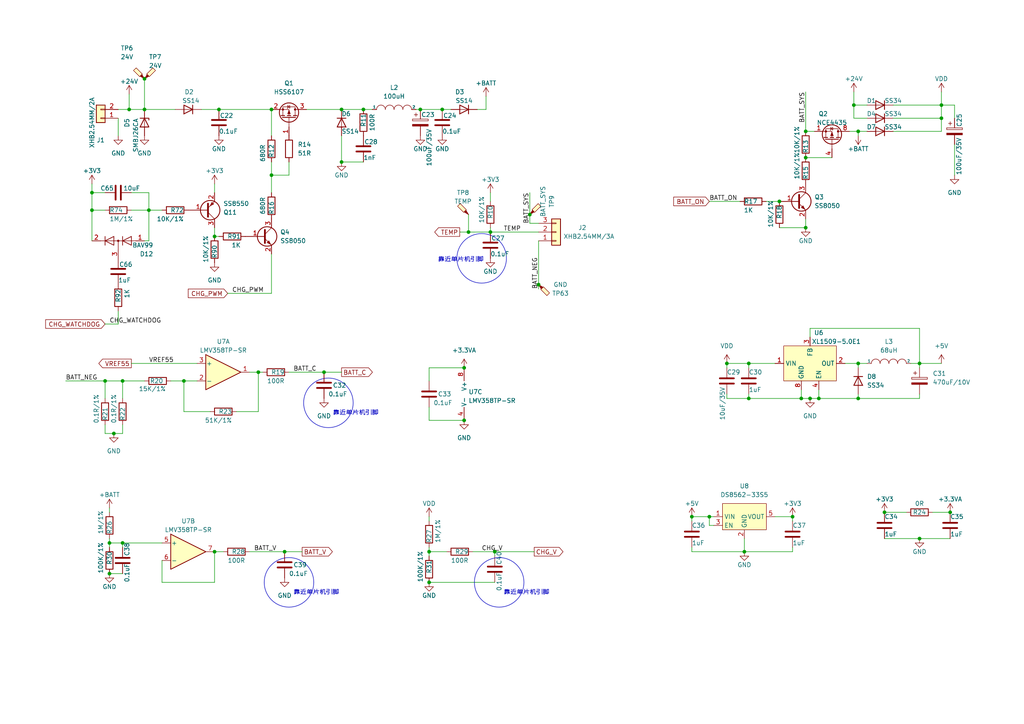
<source format=kicad_sch>
(kicad_sch (version 20230121) (generator eeschema)
  (paper "A4")
  (lib_symbols
    (symbol "+3V3_1" (power) (pin_names (offset 0))
      (property "Value" "+3V3_1" (at 0 3.556 0))
      (symbol "+3V3_1_1_1"
        (pin power_in line (at 0 0 90) (length 0) hide (name "+3V3") (number "1"))
      )
    )
    (symbol "+3V3_2" (power) (pin_names (offset 0))
      (property "Value" "+3V3_2" (at 0 3.556 0))
      (symbol "+3V3_2_1_1"
        (pin power_in line (at 0 0 90) (length 0) hide (name "+3V3") (number "1"))
      )
    )
    (symbol "Amplifier_Operational:MCP6002-xSN" (pin_names (offset 0.127))
      (property "Reference" "U" (at 0 5.08 0))
      (property "Value" "MCP6002-xSN" (at 0 -5.08 0))
      (symbol "MCP6002-xSN_1_1"
        (pin output line (at 7.62 0 180) (length 2.54) (name "~") (number "1"))
        (pin input line (at -7.62 -2.54 0) (length 2.54) (name "-") (number "2"))
        (pin input line (at -7.62 2.54 0) (length 2.54) (name "+") (number "3"))
      )
      (symbol "MCP6002-xSN_2_1"
        (pin input line (at -7.62 2.54 0) (length 2.54) (name "+") (number "5"))
        (pin input line (at -7.62 -2.54 0) (length 2.54) (name "-") (number "6"))
        (pin output line (at 7.62 0 180) (length 2.54) (name "~") (number "7"))
      )
      (symbol "MCP6002-xSN_3_1"
        (pin power_in line (at -2.54 -7.62 90) (length 3.81) (name "V-") (number "4"))
        (pin power_in line (at -2.54 7.62 270) (length 3.81) (name "V+") (number "8"))
      )
    )
    (symbol "Connector:TestPoint_Probe" (pin_numbers hide) (pin_names (offset 0.762) hide)
      (property "Reference" "TP" (at 1.651 5.842 0))
      (property "Value" "TestPoint_Probe" (at 1.651 4.064 0))
      (symbol "TestPoint_Probe_1_1"
        (pin passive line (at 0 0 90) (length 0) (name "1") (number "1"))
      )
    )
    (symbol "Connector_Generic:Conn_01x02" (pin_names (offset 1.016) hide)
      (property "Reference" "J" (at 0 2.54 0))
      (property "Value" "Conn_01x02" (at 0 -5.08 0))
      (symbol "Conn_01x02_1_1"
        (pin passive line (at -5.08 0 0) (length 3.81) (name "Pin_1") (number "1"))
        (pin passive line (at -5.08 -2.54 0) (length 3.81) (name "Pin_2") (number "2"))
      )
    )
    (symbol "Connector_Generic:Conn_01x03" (pin_names (offset 1.016) hide)
      (property "Reference" "J" (at 0 5.08 0))
      (property "Value" "Conn_01x03" (at 0 -5.08 0))
      (symbol "Conn_01x03_1_1"
        (pin passive line (at -5.08 2.54 0) (length 3.81) (name "Pin_1") (number "1"))
        (pin passive line (at -5.08 0 0) (length 3.81) (name "Pin_2") (number "2"))
        (pin passive line (at -5.08 -2.54 0) (length 3.81) (name "Pin_3") (number "3"))
      )
    )
    (symbol "Device:C" (pin_numbers hide) (pin_names (offset 0.254))
      (property "Reference" "C" (at 0.635 2.54 0))
      (property "Value" "C" (at 0.635 -2.54 0))
      (symbol "C_1_1"
        (pin passive line (at 0 3.81 270) (length 2.794) (name "~") (number "1"))
        (pin passive line (at 0 -3.81 90) (length 2.794) (name "~") (number "2"))
      )
    )
    (symbol "Device:C_Polarized" (pin_numbers hide) (pin_names (offset 0.254))
      (property "Reference" "C" (at 0.635 2.54 0))
      (property "Value" "C_Polarized" (at 0.635 -2.54 0))
      (symbol "C_Polarized_1_1"
        (pin passive line (at 0 3.81 270) (length 2.794) (name "~") (number "1"))
        (pin passive line (at 0 -3.81 90) (length 2.794) (name "~") (number "2"))
      )
    )
    (symbol "Device:D" (pin_numbers hide) (pin_names (offset 1.016) hide)
      (property "Reference" "D" (at 0 2.54 0))
      (property "Value" "D" (at 0 -2.54 0))
      (symbol "D_1_1"
        (pin passive line (at -3.81 0 0) (length 2.54) (name "K") (number "1"))
        (pin passive line (at 3.81 0 180) (length 2.54) (name "A") (number "2"))
      )
    )
    (symbol "Device:D_Zener" (pin_numbers hide) (pin_names (offset 1.016) hide)
      (property "Reference" "D" (at 0 2.54 0))
      (property "Value" "D_Zener" (at 0 -2.54 0))
      (symbol "D_Zener_1_1"
        (pin passive line (at -3.81 0 0) (length 2.54) (name "K") (number "1"))
        (pin passive line (at 3.81 0 180) (length 2.54) (name "A") (number "2"))
      )
    )
    (symbol "Device:Q_NPN_BEC" (pin_names (offset 0) hide)
      (property "Reference" "Q" (at 5.08 1.27 0))
      (property "Value" "Q_NPN_BEC" (at 5.08 -1.27 0))
      (symbol "Q_NPN_BEC_1_1"
        (pin input line (at -5.08 0 0) (length 5.715) (name "B") (number "1"))
        (pin passive line (at 2.54 -5.08 90) (length 2.54) (name "E") (number "2"))
        (pin passive line (at 2.54 5.08 270) (length 2.54) (name "C") (number "3"))
      )
    )
    (symbol "Device:Q_PMOS_GSD" (pin_names (offset 0) hide)
      (property "Reference" "Q" (at 5.08 1.27 0))
      (property "Value" "Q_PMOS_GSD" (at 5.08 -1.27 0))
      (symbol "Q_PMOS_GSD_1_1"
        (pin input line (at -5.08 0 0) (length 2.54) (name "G") (number "1"))
        (pin passive line (at 2.54 -5.08 90) (length 2.54) (name "S") (number "2"))
        (pin passive line (at 2.54 5.08 270) (length 2.54) (name "D") (number "3"))
      )
    )
    (symbol "Device:Q_PNP_BEC" (pin_names (offset 0) hide)
      (property "Reference" "Q" (at 5.08 1.27 0))
      (property "Value" "Q_PNP_BEC" (at 5.08 -1.27 0))
      (symbol "Q_PNP_BEC_1_1"
        (pin input line (at -5.08 0 0) (length 5.715) (name "B") (number "1"))
        (pin passive line (at 2.54 -5.08 90) (length 2.54) (name "E") (number "2"))
        (pin passive line (at 2.54 5.08 270) (length 2.54) (name "C") (number "3"))
      )
    )
    (symbol "Device:R" (pin_numbers hide) (pin_names (offset 0))
      (property "Reference" "R" (at 2.032 0 90))
      (property "Value" "R" (at 0 0 90))
      (symbol "R_1_1"
        (pin passive line (at 0 3.81 270) (length 1.27) (name "~") (number "1"))
        (pin passive line (at 0 -3.81 90) (length 1.27) (name "~") (number "2"))
      )
    )
    (symbol "Diode:BAV99" (pin_names hide)
      (property "Reference" "D" (at 0 5.08 0))
      (property "Value" "BAV99" (at 0 2.54 0))
      (symbol "BAV99_1_1"
        (pin passive line (at -7.62 0 0) (length 2.54) (name "K") (number "1"))
        (pin passive line (at 7.62 0 180) (length 2.54) (name "A") (number "2"))
        (pin passive line (at 0 -5.08 90) (length 2.54) (name "K") (number "3"))
      )
    )
    (symbol "GND_1" (power) (pin_names (offset 0))
      (property "Value" "GND_1" (at 0 -3.81 0))
      (symbol "GND_1_1_1"
        (pin power_in line (at 0 0 270) (length 0) hide (name "GND") (number "1"))
      )
    )
    (symbol "GND_2" (power) (pin_names (offset 0))
      (property "Value" "GND_2" (at 0 -3.81 0))
      (symbol "GND_2_1_1"
        (pin power_in line (at 0 0 270) (length 0) hide (name "GND") (number "1"))
      )
    )
    (symbol "GND_3" (power) (pin_names (offset 0))
      (property "Value" "GND_3" (at 0 -3.81 0))
      (symbol "GND_3_1_1"
        (pin power_in line (at 0 0 270) (length 0) hide (name "GND") (number "1"))
      )
    )
    (symbol "GND_4" (power) (pin_names (offset 0))
      (property "Value" "GND_4" (at 0 -3.81 0))
      (symbol "GND_4_1_1"
        (pin power_in line (at 0 0 270) (length 0) hide (name "GND") (number "1"))
      )
    )
    (symbol "GND_5" (power) (pin_names (offset 0))
      (property "Value" "GND_5" (at 0 -3.81 0))
      (symbol "GND_5_1_1"
        (pin power_in line (at 0 0 270) (length 0) hide (name "GND") (number "1"))
      )
    )
    (symbol "GND_6" (power) (pin_names (offset 0))
      (property "Value" "GND_6" (at 0 -3.81 0))
      (symbol "GND_6_1_1"
        (pin power_in line (at 0 0 270) (length 0) hide (name "GND") (number "1"))
      )
    )
    (symbol "Ovo_Power_Management:RT9013-xx"
      (property "Reference" "U" (at 0 8.89 0))
      (property "Value" "RT9013-xx" (at 1.27 -10.16 0))
      (symbol "RT9013-xx_1_1"
        (pin power_in line (at -8.89 0 0) (length 2.54) (name "VIN") (number "1"))
        (pin power_in line (at 0 -6.35 90) (length 2.54) (name "GND") (number "2"))
        (pin input line (at -8.89 -2.54 0) (length 2.54) (name "EN") (number "3"))
        (pin passive line (at 8.89 -2.54 180) (length 2.54) hide (name "NC") (number "4"))
        (pin power_out line (at 8.89 0 180) (length 2.54) (name "VOUT") (number "5"))
      )
    )
    (symbol "Ovo_Power_Management:XL1509-xxE1"
      (property "Reference" "U" (at -5.08 6.35 0))
      (property "Value" "XL1509-xxE1" (at 7.62 6.35 0))
      (symbol "XL1509-xxE1_1_1"
        (pin power_in line (at -10.16 0 0) (length 2.54) (name "VIN") (number "1"))
        (pin power_out line (at 10.16 0 180) (length 2.54) (name "OUT") (number "2"))
        (pin input line (at 0 7.62 270) (length 2.54) (name "FB") (number "3"))
        (pin input line (at 2.54 -7.62 90) (length 2.54) (name "EN") (number "4"))
        (pin power_in line (at -2.54 -7.62 90) (length 2.54) hide (name "GND") (number "5"))
        (pin power_in line (at -2.54 -7.62 90) (length 2.54) hide (name "GND") (number "6"))
        (pin power_in line (at -2.54 -7.62 90) (length 2.54) hide (name "GND") (number "7"))
        (pin power_in line (at -2.54 -7.62 90) (length 2.54) (name "GND") (number "8"))
      )
    )
    (symbol "Transistor_FET:FDS9435A" (pin_names hide)
      (property "Reference" "Q" (at 5.08 1.905 0))
      (property "Value" "FDS9435A" (at 5.08 0 0))
      (symbol "FDS9435A_1_1"
        (pin passive line (at 2.54 -5.08 90) (length 2.54) (name "S") (number "1"))
        (pin passive line (at 2.54 -5.08 90) (length 2.54) hide (name "S") (number "2"))
        (pin passive line (at 2.54 -5.08 90) (length 2.54) hide (name "S") (number "3"))
        (pin passive line (at -5.08 0 0) (length 2.54) (name "G") (number "4"))
        (pin passive line (at 2.54 5.08 270) (length 2.54) hide (name "D") (number "5"))
        (pin passive line (at 2.54 5.08 270) (length 2.54) hide (name "D") (number "6"))
        (pin passive line (at 2.54 5.08 270) (length 2.54) hide (name "D") (number "7"))
        (pin passive line (at 2.54 5.08 270) (length 2.54) (name "D") (number "8"))
      )
    )
    (symbol "power:+24V" (power) (pin_names (offset 0))
      (property "Value" "+24V" (at 0 3.556 0))
      (symbol "+24V_1_1"
        (pin power_in line (at 0 0 90) (length 0) hide (name "+24V") (number "1"))
      )
    )
    (symbol "power:+3.3VA" (power) (pin_names (offset 0))
      (property "Value" "+3.3VA" (at 0 3.556 0))
      (symbol "+3.3VA_1_1"
        (pin power_in line (at 0 0 90) (length 0) hide (name "+3.3VA") (number "1"))
      )
    )
    (symbol "power:+3V3" (power) (pin_names (offset 0))
      (property "Value" "+3V3" (at 0 3.556 0))
      (symbol "+3V3_1_1"
        (pin power_in line (at 0 0 90) (length 0) hide (name "+3V3") (number "1"))
      )
    )
    (symbol "power:+5V" (power) (pin_names (offset 0))
      (property "Value" "+5V" (at 0 3.556 0))
      (symbol "+5V_1_1"
        (pin power_in line (at 0 0 90) (length 0) hide (name "+5V") (number "1"))
      )
    )
    (symbol "power:+BATT" (power) (pin_names (offset 0))
      (property "Value" "+BATT" (at 0 3.556 0))
      (symbol "+BATT_1_1"
        (pin power_in line (at 0 0 90) (length 0) hide (name "+BATT") (number "1"))
      )
    )
    (symbol "power:GND" (power) (pin_names (offset 0))
      (property "Value" "GND" (at 0 -3.81 0))
      (symbol "GND_1_1"
        (pin power_in line (at 0 0 270) (length 0) hide (name "GND") (number "1"))
      )
    )
    (symbol "power:VDD" (power) (pin_names (offset 0))
      (property "Value" "VDD" (at 0 3.81 0))
      (symbol "VDD_1_1"
        (pin power_in line (at 0 0 90) (length 0) hide (name "VDD") (number "1"))
      )
    )
    (symbol "pspice:INDUCTOR" (pin_numbers hide) (pin_names (offset 0))
      (property "Reference" "L" (at 0 2.54 0))
      (property "Value" "INDUCTOR" (at 0 -1.27 0))
      (symbol "INDUCTOR_1_1"
        (pin input line (at -6.35 0 0) (length 1.27) (name "1") (number "1"))
        (pin input line (at 6.35 0 180) (length 1.27) (name "2") (number "2"))
      )
    )
  )
  (junction (at 121.92 31.75))
  (junction (at 273.05 34.29))
  (junction (at 205.74 149.86))
  (junction (at 30.48 110.49))
  (junction (at 33.02 125.73))
  (junction (at 217.17 115.57))
  (junction (at 31.75 157.48))
  (junction (at 53.34 110.49))
  (junction (at 217.17 105.41))
  (junction (at 273.05 30.48))
  (junction (at 63.5 31.75))
  (junction (at 226.06 58.42))
  (junction (at 233.68 66.04))
  (junction (at 35.56 157.48))
  (junction (at 135.89 67.31))
  (junction (at 26.67 55.88))
  (junction (at 266.7 156.21))
  (junction (at 142.24 67.31))
  (junction (at 233.68 38.1))
  (junction (at 234.95 115.57))
  (junction (at 41.91 31.75))
  (junction (at 233.68 45.72))
  (junction (at 232.41 115.57))
  (junction (at 215.9 160.02))
  (junction (at 143.51 160.02))
  (junction (at 156.21 82.55))
  (junction (at 256.54 148.59))
  (junction (at 248.92 105.41))
  (junction (at 35.56 110.49))
  (junction (at 237.49 115.57))
  (junction (at 200.66 149.86))
  (junction (at 37.465 31.75))
  (junction (at 26.67 60.96))
  (junction (at 275.59 148.59))
  (junction (at 134.62 121.92))
  (junction (at 247.65 30.48))
  (junction (at 248.92 38.1))
  (junction (at 99.06 46.99))
  (junction (at 229.87 149.86))
  (junction (at 62.23 160.02))
  (junction (at 43.18 60.96))
  (junction (at 153.67 62.23))
  (junction (at 128.27 31.75))
  (junction (at 124.46 168.91))
  (junction (at 266.7 105.41))
  (junction (at 210.82 105.41))
  (junction (at 134.62 106.68))
  (junction (at 78.74 50.8))
  (junction (at 248.92 115.57))
  (junction (at 82.55 160.02))
  (junction (at 74.93 107.95))
  (junction (at 93.98 107.95))
  (junction (at 78.74 31.75))
  (junction (at 31.75 166.37))
  (junction (at 99.06 31.75))
  (junction (at 124.46 160.02))
  (junction (at 105.41 31.75))
  (junction (at 62.23 68.58))
  (junction (at 41.91 22.86))
  (wire (pts (xy 237.49 115.57) (xy 248.92 115.57)))
  (wire (pts (xy 247.65 30.48) (xy 251.46 30.48)))
  (wire (pts (xy 135.89 62.23) (xy 135.89 67.31)))
  (wire (pts (xy 217.17 115.57) (xy 217.17 114.3)))
  (wire (pts (xy 124.46 106.68) (xy 134.62 106.68)))
  (wire (pts (xy 31.75 156.21) (xy 31.75 157.48)))
  (wire (pts (xy 140.97 27.94) (xy 140.97 31.75)))
  (wire (pts (xy 124.46 168.91) (xy 143.51 168.91)))
  (wire (pts (xy 135.89 67.31) (xy 142.24 67.31)))
  (wire (pts (xy 233.68 26.67) (xy 233.68 38.1)))
  (wire (pts (xy 78.74 73.66) (xy 78.74 85.09)))
  (wire (pts (xy 259.08 38.1) (xy 273.05 38.1)))
  (wire (pts (xy 41.91 31.75) (xy 50.8 31.75)))
  (wire (pts (xy 63.5 68.58) (xy 62.23 68.58)))
  (wire (pts (xy 247.65 26.67) (xy 247.65 30.48)))
  (wire (pts (xy 153.67 62.23) (xy 153.67 64.77)))
  (wire (pts (xy 234.95 95.25) (xy 266.7 95.25)))
  (wire (pts (xy 68.58 119.38) (xy 74.93 119.38)))
  (wire (pts (xy 143.51 161.29) (xy 143.51 160.02)))
  (wire (pts (xy 226.06 66.04) (xy 233.68 66.04)))
  (wire (pts (xy 259.08 30.48) (xy 273.05 30.48)))
  (wire (pts (xy 33.02 125.73) (xy 35.56 125.73)))
  (wire (pts (xy 99.06 46.99) (xy 99.06 39.37)))
  (wire (pts (xy 43.18 55.88) (xy 43.18 60.96)))
  (wire (pts (xy 234.95 115.57) (xy 237.49 115.57)))
  (wire (pts (xy 142.24 67.31) (xy 156.21 67.31)))
  (wire (pts (xy 26.67 55.88) (xy 30.48 55.88)))
  (wire (pts (xy 232.41 115.57) (xy 234.95 115.57)))
  (wire (pts (xy 31.75 147.32) (xy 31.75 148.59)))
  (wire (pts (xy 259.08 34.29) (xy 273.05 34.29)))
  (wire (pts (xy 246.38 38.1) (xy 248.92 38.1)))
  (wire (pts (xy 78.74 31.75) (xy 78.74 39.37)))
  (wire (pts (xy 34.29 34.29) (xy 34.29 39.37)))
  (wire (pts (xy 273.05 34.29) (xy 273.05 30.48)))
  (wire (pts (xy 135.89 67.31) (xy 133.35 67.31)))
  (wire (pts (xy 38.1 60.96) (xy 43.18 60.96)))
  (wire (pts (xy 237.49 113.03) (xy 237.49 115.57)))
  (wire (pts (xy 248.92 115.57) (xy 266.7 115.57)))
  (wire (pts (xy 224.79 149.86) (xy 229.87 149.86)))
  (wire (pts (xy 210.82 115.57) (xy 210.82 114.3)))
  (wire (pts (xy 217.17 115.57) (xy 232.41 115.57)))
  (wire (pts (xy 120.65 31.75) (xy 121.92 31.75)))
  (wire (pts (xy 233.68 38.1) (xy 236.22 38.1)))
  (wire (pts (xy 19.05 110.49) (xy 30.48 110.49)))
  (wire (pts (xy 215.9 160.02) (xy 229.87 160.02)))
  (wire (pts (xy 30.48 125.73) (xy 33.02 125.73)))
  (wire (pts (xy 121.92 31.75) (xy 128.27 31.75)))
  (wire (pts (xy 30.48 123.19) (xy 30.48 125.73)))
  (wire (pts (xy 266.7 114.3) (xy 266.7 115.57)))
  (wire (pts (xy 256.54 156.21) (xy 266.7 156.21)))
  (wire (pts (xy 200.66 158.75) (xy 200.66 160.02)))
  (wire (pts (xy 30.48 115.57) (xy 30.48 110.49)))
  (wire (pts (xy 200.66 151.13) (xy 200.66 149.86)))
  (wire (pts (xy 31.75 157.48) (xy 31.75 158.75)))
  (wire (pts (xy 273.05 30.48) (xy 273.05 26.67)))
  (wire (pts (xy 256.54 148.59) (xy 262.89 148.59)))
  (wire (pts (xy 232.41 113.03) (xy 232.41 115.57)))
  (wire (pts (xy 35.56 125.73) (xy 35.56 123.19)))
  (wire (pts (xy 31.75 166.37) (xy 35.56 166.37)))
  (wire (pts (xy 26.67 53.34) (xy 26.67 55.88)))
  (wire (pts (xy 128.27 31.75) (xy 130.81 31.75)))
  (wire (pts (xy 234.95 97.79) (xy 234.95 95.25)))
  (wire (pts (xy 205.74 58.42) (xy 214.63 58.42)))
  (wire (pts (xy 140.97 31.75) (xy 138.43 31.75)))
  (wire (pts (xy 142.24 55.88) (xy 142.24 58.42)))
  (wire (pts (xy 153.67 64.77) (xy 156.21 64.77)))
  (wire (pts (xy 43.18 60.96) (xy 43.18 69.85)))
  (wire (pts (xy 266.7 95.25) (xy 266.7 105.41)))
  (wire (pts (xy 156.21 82.55) (xy 156.21 83.82)))
  (wire (pts (xy 37.465 27.305) (xy 37.465 31.75)))
  (wire (pts (xy 153.67 55.88) (xy 153.67 62.23)))
  (wire (pts (xy 62.23 53.34) (xy 62.23 55.88)))
  (wire (pts (xy 247.65 34.29) (xy 251.46 34.29)))
  (wire (pts (xy 222.25 58.42) (xy 226.06 58.42)))
  (wire (pts (xy 34.29 93.98) (xy 34.29 90.17)))
  (wire (pts (xy 276.86 30.48) (xy 276.86 34.29)))
  (wire (pts (xy 107.95 31.75) (xy 105.41 31.75)))
  (wire (pts (xy 53.34 110.49) (xy 57.15 110.49)))
  (wire (pts (xy 124.46 121.92) (xy 134.62 121.92)))
  (wire (pts (xy 210.82 105.41) (xy 217.17 105.41)))
  (wire (pts (xy 35.56 110.49) (xy 41.91 110.49)))
  (wire (pts (xy 72.39 160.02) (xy 82.55 160.02)))
  (wire (pts (xy 66.04 85.09) (xy 78.74 85.09)))
  (wire (pts (xy 276.86 41.91) (xy 276.86 50.8)))
  (wire (pts (xy 251.46 105.41) (xy 248.92 105.41)))
  (wire (pts (xy 78.74 50.8) (xy 78.74 46.99)))
  (wire (pts (xy 35.56 157.48) (xy 46.99 157.48)))
  (wire (pts (xy 38.1 105.41) (xy 57.15 105.41)))
  (wire (pts (xy 142.24 67.31) (xy 142.24 66.04)))
  (wire (pts (xy 30.48 93.98) (xy 34.29 93.98)))
  (wire (pts (xy 88.9 31.75) (xy 99.06 31.75)))
  (wire (pts (xy 124.46 118.11) (xy 124.46 121.92)))
  (wire (pts (xy 49.53 110.49) (xy 53.34 110.49)))
  (wire (pts (xy 83.82 50.8) (xy 83.82 46.99)))
  (wire (pts (xy 248.92 106.68) (xy 248.92 105.41)))
  (wire (pts (xy 99.06 46.99) (xy 105.41 46.99)))
  (wire (pts (xy 210.82 106.68) (xy 210.82 105.41)))
  (wire (pts (xy 273.05 38.1) (xy 273.05 34.29)))
  (wire (pts (xy 63.5 31.75) (xy 78.74 31.75)))
  (wire (pts (xy 105.41 31.75) (xy 99.06 31.75)))
  (wire (pts (xy 43.18 60.96) (xy 46.99 60.96)))
  (wire (pts (xy 266.7 105.41) (xy 264.16 105.41)))
  (wire (pts (xy 270.51 148.59) (xy 275.59 148.59)))
  (wire (pts (xy 229.87 160.02) (xy 229.87 158.75)))
  (wire (pts (xy 37.465 31.75) (xy 41.91 31.75)))
  (wire (pts (xy 30.48 110.49) (xy 35.56 110.49)))
  (wire (pts (xy 248.92 38.1) (xy 251.46 38.1)))
  (wire (pts (xy 62.23 66.04) (xy 62.23 68.58)))
  (wire (pts (xy 62.23 160.02) (xy 64.77 160.02)))
  (wire (pts (xy 137.16 160.02) (xy 143.51 160.02)))
  (wire (pts (xy 78.74 50.8) (xy 78.74 55.88)))
  (wire (pts (xy 205.74 149.86) (xy 207.01 149.86)))
  (wire (pts (xy 217.17 105.41) (xy 224.79 105.41)))
  (wire (pts (xy 247.65 30.48) (xy 247.65 34.29)))
  (wire (pts (xy 266.7 105.41) (xy 266.7 106.68)))
  (wire (pts (xy 210.82 115.57) (xy 217.17 115.57)))
  (wire (pts (xy 58.42 31.75) (xy 63.5 31.75)))
  (wire (pts (xy 124.46 149.86) (xy 124.46 151.13)))
  (wire (pts (xy 200.66 160.02) (xy 215.9 160.02)))
  (wire (pts (xy 200.66 149.86) (xy 205.74 149.86)))
  (wire (pts (xy 83.82 107.95) (xy 93.98 107.95)))
  (wire (pts (xy 34.29 31.75) (xy 37.465 31.75)))
  (wire (pts (xy 26.67 60.96) (xy 30.48 60.96)))
  (wire (pts (xy 62.23 168.91) (xy 62.23 160.02)))
  (wire (pts (xy 229.87 149.86) (xy 229.87 151.13)))
  (wire (pts (xy 233.68 66.04) (xy 233.68 63.5)))
  (wire (pts (xy 26.67 55.88) (xy 26.67 60.96)))
  (wire (pts (xy 215.9 156.21) (xy 215.9 160.02)))
  (wire (pts (xy 266.7 156.21) (xy 275.59 156.21)))
  (wire (pts (xy 31.75 157.48) (xy 35.56 157.48)))
  (wire (pts (xy 124.46 160.02) (xy 129.54 160.02)))
  (wire (pts (xy 248.92 115.57) (xy 248.92 114.3)))
  (wire (pts (xy 273.05 105.41) (xy 266.7 105.41)))
  (wire (pts (xy 248.92 39.37) (xy 248.92 38.1)))
  (wire (pts (xy 124.46 110.49) (xy 124.46 106.68)))
  (wire (pts (xy 233.68 45.72) (xy 241.3 45.72)))
  (wire (pts (xy 124.46 158.75) (xy 124.46 160.02)))
  (wire (pts (xy 205.74 152.4) (xy 205.74 149.86)))
  (wire (pts (xy 46.99 162.56) (xy 46.99 168.91)))
  (wire (pts (xy 35.56 158.75) (xy 35.56 157.48)))
  (wire (pts (xy 207.01 152.4) (xy 205.74 152.4)))
  (wire (pts (xy 41.91 22.86) (xy 41.91 31.75)))
  (wire (pts (xy 82.55 160.02) (xy 87.63 160.02)))
  (wire (pts (xy 41.91 69.85) (xy 43.18 69.85)))
  (wire (pts (xy 38.1 55.88) (xy 43.18 55.88)))
  (wire (pts (xy 245.11 105.41) (xy 248.92 105.41)))
  (wire (pts (xy 124.46 160.02) (xy 124.46 161.29)))
  (wire (pts (xy 74.93 107.95) (xy 76.2 107.95)))
  (wire (pts (xy 217.17 105.41) (xy 217.17 106.68)))
  (wire (pts (xy 143.51 160.02) (xy 154.94 160.02)))
  (wire (pts (xy 53.34 119.38) (xy 53.34 110.49)))
  (wire (pts (xy 46.99 168.91) (xy 62.23 168.91)))
  (wire (pts (xy 60.96 119.38) (xy 53.34 119.38)))
  (wire (pts (xy 74.93 119.38) (xy 74.93 107.95)))
  (wire (pts (xy 156.21 69.85) (xy 156.21 82.55)))
  (wire (pts (xy 93.98 107.95) (xy 99.06 107.95)))
  (wire (pts (xy 35.56 110.49) (xy 35.56 115.57)))
  (wire (pts (xy 78.74 50.8) (xy 83.82 50.8)))
  (wire (pts (xy 26.67 60.96) (xy 26.67 69.85)))
  (wire (pts (xy 273.05 30.48) (xy 276.86 30.48)))
  (wire (pts (xy 74.93 107.95) (xy 72.39 107.95)))
  (circle (center 95.25 116.84) (radius 7.1842))
  (circle (center 144.78 168.91) (radius 7.1842))
  (circle (center 139.7 74.93) (radius 7.1842))
  (circle (center 83.82 168.91) (radius 7.1842))
  (text "靠近单片机引脚" (at 85.09 172.72 0) (effects (font (size 1.27 1.27)) (justify left bottom)))
  (text "靠近单片机引脚" (at 96.52 120.65 0) (effects (font (size 1.27 1.27)) (justify left bottom)))
  (text "靠近单片机引脚" (at 127 76.2 0) (effects (font (size 1.27 1.27)) (justify left bottom)))
  (text "靠近单片机引脚" (at 146.05 172.72 0) (effects (font (size 1.27 1.27)) (justify left bottom)))
  (label "BATT_SYS" (at 153.67 55.88 270))
  (label "VREF55" (at 43.18 105.41 0))
  (label "BATT_NEG" (at 156.21 83.82 90))
  (label "BATT_C" (at 85.09 107.95 0))
  (label "CHG_WATCHDOG" (at 31.75 93.98 0))
  (label "BATT_ON" (at 205.74 58.42 0))
  (label "CHG_PWM" (at 67.31 85.09 0))
  (label "BATT_V" (at 73.66 160.02 0))
  (label "BATT_NEG" (at 19.05 110.49 0))
  (label "TEMP" (at 146.05 67.31 0))
  (label "CHG_V" (at 139.7 160.02 0))
  (label "BATT_SYS" (at 233.68 26.67 270))
  (global_label "BATT_V" (shape output) (at 87.63 160.02 0) (property "Intersheetrefs" "${INTERSHEET_REFS}" (effects hide)))
  (global_label "CHG_WATCHDOG" (shape input) (at 30.48 93.98 180) (property "Intersheetrefs" "${INTERSHEET_REFS}" (effects hide)))
  (global_label "VREF55" (shape output) (at 38.1 105.41 180) (property "Intersheetrefs" "${INTERSHEET_REFS}" (effects hide)))
  (global_label "TEMP" (shape output) (at 133.35 67.31 180) (property "Intersheetrefs" "${INTERSHEET_REFS}" (effects hide)))
  (global_label "CHG_PWM" (shape input) (at 66.04 85.09 180) (property "Intersheetrefs" "${INTERSHEET_REFS}" (effects hide)))
  (global_label "BATT_ON" (shape input) (at 205.74 58.42 180) (property "Intersheetrefs" "${INTERSHEET_REFS}" (effects hide)))
  (global_label "CHG_V" (shape output) (at 154.94 160.02 0) (property "Intersheetrefs" "${INTERSHEET_REFS}" (effects hide)))
  (global_label "BATT_C" (shape output) (at 99.06 107.95 0) (property "Intersheetrefs" "${INTERSHEET_REFS}" (effects hide)))
  (symbol (lib_id "Device:C") (at 34.29 55.88 90) (unit 1)
    (property "Reference" "C65" (at 33.02 54.61 90) (effects (justify left)))
    (property "Value" "10uF" (at 40.64 54.61 90) (effects (justify left)))
    (property "Footprint" "Capacitor_SMD:C_0603_1608Metric" (effects hide))
  )
  (symbol (lib_id "Device:R") (at 78.74 43.18 0) (unit 1)
    (property "Reference" "R12" (at 78.74 45.72 90) (effects (justify left)))
    (property "Value" "680R" (at 76.2 46.99 90) (effects (justify left)))
    (property "Footprint" "Resistor_SMD:R_0603_1608Metric" (effects hide))
  )
  (symbol (lib_name "GND_3") (lib_id "power:GND") (at 82.55 167.64 0) (unit 1)
    (property "Reference" "#PWR065" (effects hide))
    (property "Value" "GND" (at 82.55 172.72 0))
  )
  (symbol (lib_id "power:VDD") (at 124.46 149.86 0) (unit 1)
    (property "Reference" "#PWR058" (effects hide))
    (property "Value" "VDD" (at 124.46 146.05 0))
  )
  (symbol (lib_id "Device:R") (at 34.29 60.96 270) (unit 1)
    (property "Reference" "R74" (at 31.75 60.96 90) (effects (justify left)))
    (property "Value" "1M/1%" (at 31.75 63.5 90) (effects (justify left)))
    (property "Footprint" "Resistor_SMD:R_0603_1608Metric" (effects hide))
  )
  (symbol (lib_id "Device:R") (at 83.82 43.18 0) (unit 1)
    (property "Reference" "R14" (at 86.36 41.9099 0) (effects (justify left)))
    (property "Value" "51R" (at 86.36 44.4499 0) (effects (justify left)))
    (property "Footprint" "Resistor_SMD:R_0603_1608Metric" (effects hide))
  )
  (symbol (lib_id "power:VDD") (at 273.05 26.67 0) (unit 1)
    (property "Reference" "#PWR032" (effects hide))
    (property "Value" "VDD" (at 273.05 22.86 0))
  )
  (symbol (lib_id "Device:D") (at 134.62 31.75 180) (unit 1)
    (property "Reference" "D3" (at 133.35 26.67 0))
    (property "Value" "SS14" (at 134.62 29.21 0))
    (property "Footprint" "Diode_SMD:D_SOD-123" (effects hide))
  )
  (symbol (lib_id "Device:R") (at 218.44 58.42 270) (unit 1)
    (property "Reference" "R17" (at 219.71 58.42 90) (effects (justify right)))
    (property "Value" "1K" (at 218.44 60.96 90) (effects (justify right)))
    (property "Footprint" "Resistor_SMD:R_0603_1608Metric" (effects hide))
  )
  (symbol (lib_name "GND_4") (lib_id "power:GND") (at 62.23 76.2 0) (unit 1)
    (property "Reference" "#PWR0104" (effects hide))
    (property "Value" "GND" (at 62.23 81.28 0))
  )
  (symbol (lib_id "Device:C") (at 124.46 114.3 0) (unit 1)
    (property "Reference" "C33" (at 127 114.3 0) (effects (justify left)))
    (property "Value" "0.1uF" (at 125.73 116.84 0) (effects (justify left)))
    (property "Footprint" "Capacitor_SMD:C_0603_1608Metric" (effects hide))
  )
  (symbol (lib_id "power:GND") (at 63.5 39.37 0) (unit 1)
    (property "Reference" "#PWR039" (effects hide))
    (property "Value" "GND" (at 63.5 43.18 0))
  )
  (symbol (lib_id "power:+24V") (at 247.65 26.67 0) (unit 1)
    (property "Reference" "#PWR031" (effects hide))
    (property "Value" "+24V" (at 247.65 22.86 0))
  )
  (symbol (lib_id "Device:C") (at 229.87 154.94 0) (unit 1)
    (property "Reference" "C37" (at 229.87 152.4 0) (effects (justify left)))
    (property "Value" "1uF" (at 229.87 157.48 0) (effects (justify left)))
    (property "Footprint" "Capacitor_SMD:C_0603_1608Metric" (effects hide))
  )
  (symbol (lib_id "Device:C") (at 275.59 152.4 0) (unit 1)
    (property "Reference" "C35" (at 275.59 149.86 0) (effects (justify left)))
    (property "Value" "1uF" (at 275.59 154.94 0) (effects (justify left)))
    (property "Footprint" "Capacitor_SMD:C_0603_1608Metric" (effects hide))
  )
  (symbol (lib_id "Device:C") (at 142.24 71.12 0) (unit 1)
    (property "Reference" "C27" (at 142.494 69.088 0) (effects (justify left)))
    (property "Value" "0.1uF" (at 142.24 73.66 0) (effects (justify left)))
    (property "Footprint" "Capacitor_SMD:C_0603_1608Metric" (effects hide))
  )
  (symbol (lib_id "Device:R") (at 142.24 62.23 0) (unit 1)
    (property "Reference" "R10" (at 142.24 63.5 90) (effects (justify left)))
    (property "Value" "10K/1%" (at 139.7 64.77 90) (effects (justify left)))
    (property "Footprint" "Resistor_SMD:R_0603_1608Metric" (effects hide))
  )
  (symbol (lib_id "Amplifier_Operational:MCP6002-xSN") (at 64.77 107.95 0) (unit 1)
    (property "Reference" "U7" (at 64.77 99.06 0))
    (property "Value" "LMV358TP-SR" (at 64.77 101.6 0))
    (property "Footprint" "Package_SO:SOIC-8_3.9x4.9mm_P1.27mm" (effects hide))
    (property "Datasheet" "http://ww1.microchip.com/downloads/en/DeviceDoc/21733j.pdf" (effects hide))
  )
  (symbol (lib_name "GND_2") (lib_id "power:GND") (at 41.91 39.37 0) (unit 1)
    (property "Reference" "#PWR038" (effects hide))
    (property "Value" "GND" (at 41.91 44.45 0))
  )
  (symbol (lib_id "Device:D") (at 255.27 34.29 180) (unit 1)
    (property "Reference" "D4" (at 252.73 33.02 0))
    (property "Value" "SS34" (at 259.08 33.02 0))
    (property "Footprint" "Diode_SMD:D_SMA" (effects hide))
  )
  (symbol (lib_id "power:+3V3") (at 142.24 55.88 0) (unit 1)
    (property "Reference" "#PWR033" (effects hide))
    (property "Value" "+3V3" (at 142.24 52.07 0))
  )
  (symbol (lib_id "power:GND") (at 266.7 156.21 0) (unit 1)
    (property "Reference" "#PWR062" (effects hide))
    (property "Value" "GND" (at 266.7 160.02 0))
  )
  (symbol (lib_id "Device:R") (at 62.23 72.39 0) (unit 1)
    (property "Reference" "R90" (at 62.23 74.93 90) (effects (justify left)))
    (property "Value" "10K/1%" (at 59.69 76.2 90) (effects (justify left)))
    (property "Footprint" "Resistor_SMD:R_0603_1608Metric" (effects hide))
  )
  (symbol (lib_id "Amplifier_Operational:MCP6002-xSN") (at 137.16 114.3 0) (unit 3)
    (property "Reference" "U7" (at 135.89 113.665 0) (effects (justify left)))
    (property "Value" "LMV358TP-SR" (at 135.89 116.205 0) (effects (justify left)))
    (property "Footprint" "Package_SO:SOIC-8_3.9x4.9mm_P1.27mm" (effects hide))
    (property "Datasheet" "http://ww1.microchip.com/downloads/en/DeviceDoc/21733j.pdf" (effects hide))
  )
  (symbol (lib_id "Device:C") (at 210.82 110.49 0) (unit 1)
    (property "Reference" "C29" (at 210.82 107.95 0) (effects (justify left)))
    (property "Value" "10uF/35V" (at 209.55 121.92 90) (effects (justify left)))
    (property "Footprint" "Capacitor_SMD:C_0805_2012Metric" (effects hide))
  )
  (symbol (lib_id "Device:C") (at 256.54 152.4 0) (unit 1)
    (property "Reference" "C34" (at 256.54 149.86 0) (effects (justify left)))
    (property "Value" "1uF" (at 256.54 154.94 0) (effects (justify left)))
    (property "Footprint" "Capacitor_SMD:C_0603_1608Metric" (effects hide))
  )
  (symbol (lib_id "Device:D") (at 99.06 35.56 270) (unit 1)
    (property "Reference" "D6" (at 99.06 33.02 90) (effects (justify left)))
    (property "Value" "SS14" (at 99.06 38.1 90) (effects (justify left)))
    (property "Footprint" "Diode_SMD:D_SOD-123" (effects hide))
  )
  (symbol (lib_id "power:+5V") (at 273.05 105.41 0) (unit 1)
    (property "Reference" "#PWR049" (effects hide))
    (property "Value" "+5V" (at 273.05 100.33 0))
  )
  (symbol (lib_id "Device:R") (at 50.8 60.96 90) (unit 1)
    (property "Reference" "R72" (at 53.34 60.96 90) (effects (justify left)))
    (property "Value" "10K/1%" (at 53.34 63.5 90) (effects (justify left)))
    (property "Footprint" "Resistor_SMD:R_0603_1608Metric" (effects hide))
  )
  (symbol (lib_id "Device:C_Polarized") (at 121.92 35.56 0) (unit 1)
    (property "Reference" "C23" (at 122.174 33.274 0) (effects (justify left)))
    (property "Value" "100uF/35V" (at 124.46 48.26 90) (effects (justify left)))
    (property "Footprint" "Capacitor_SMD:CP_Elec_6.3x7.7" (effects hide))
  )
  (symbol (lib_id "power:+BATT") (at 248.92 39.37 180) (unit 1)
    (property "Reference" "#PWR030" (effects hide))
    (property "Value" "+BATT" (at 248.92 43.18 0))
  )
  (symbol (lib_id "Connector:TestPoint_Probe") (at 153.67 62.23 0) (unit 1)
    (property "Reference" "TP9" (at 160.02 58.42 90))
    (property "Value" "BATT_SYS" (at 157.48 58.42 90))
    (property "Footprint" "TestPoint:TestPoint_Pad_D1.0mm" (effects hide))
  )
  (symbol (lib_id "Ovo_Power_Management:XL1509-xxE1") (at 234.95 105.41 0) (unit 1)
    (property "Reference" "U6" (at 237.49 96.52 0))
    (property "Value" "XL1509-5.0E1" (at 242.57 99.06 0))
    (property "Footprint" "Package_SO:SOIC-8_3.9x4.9mm_P1.27mm" (effects hide))
  )
  (symbol (lib_id "power:GND") (at 121.92 39.37 0) (unit 1)
    (property "Reference" "#PWR040" (effects hide))
    (property "Value" "GND" (at 121.92 43.18 0))
  )
  (symbol (lib_id "Device:R") (at 31.75 162.56 0) (unit 1)
    (property "Reference" "R30" (at 31.75 163.83 90) (effects (justify left)))
    (property "Value" "100K/1%" (at 29.21 166.37 90) (effects (justify left)))
    (property "Footprint" "Resistor_SMD:R_0603_1608Metric" (effects hide))
  )
  (symbol (lib_id "power:+3.3VA") (at 134.62 106.68 0) (unit 1)
    (property "Reference" "#PWR0168" (effects hide))
    (property "Value" "+3.3VA" (at 134.62 101.6 0))
    (instances (project "cleanrobot-square-main" (path "" (reference "#PWR0168") (unit 1)) (path "" (reference "#PWR050") (unit 1))))
  )
  (symbol (lib_id "Device:R") (at 233.68 49.53 180) (unit 1)
    (property "Reference" "R15" (at 233.68 52.07 90) (effects (justify right)))
    (property "Value" "10K/1%" (at 231.14 52.07 90) (effects (justify right)))
    (property "Footprint" "Resistor_SMD:R_0603_1608Metric" (effects hide))
  )
  (symbol (lib_id "Device:C") (at 34.29 78.74 0) (unit 1)
    (property "Reference" "C66" (at 34.544 76.708 0) (effects (justify left)))
    (property "Value" "1uF" (at 34.29 81.28 0) (effects (justify left)))
    (property "Footprint" "Capacitor_SMD:C_0603_1608Metric" (effects hide))
  )
  (symbol (lib_id "Device:C") (at 35.56 162.56 0) (unit 1)
    (property "Reference" "C38" (at 36.83 161.29 90) (effects (justify left)))
    (property "Value" "0.1uF" (at 36.83 168.91 90) (effects (justify left)))
    (property "Footprint" "Capacitor_SMD:C_0603_1608Metric" (effects hide))
  )
  (symbol (lib_id "power:+24V") (at 37.465 27.305 0) (unit 1)
    (property "Reference" "#PWR035" (effects hide))
    (property "Value" "+24V" (at 37.465 23.622 0))
  )
  (symbol (lib_id "Device:R") (at 133.35 160.02 90) (unit 1)
    (property "Reference" "R29" (at 135.89 160.02 90) (effects (justify left)))
    (property "Value" "100R" (at 135.89 162.56 90) (effects (justify left)))
    (property "Footprint" "Resistor_SMD:R_0603_1608Metric" (effects hide))
  )
  (symbol (lib_id "Device:Q_PMOS_GSD") (at 83.82 34.29 270) (mirror x) (unit 1)
    (property "Reference" "Q1" (at 83.82 24.13 90))
    (property "Value" "HSS6107" (at 83.82 26.67 90))
    (property "Footprint" "Package_TO_SOT_SMD:SOT-23" (effects hide))
  )
  (symbol (lib_id "Connector:TestPoint_Probe") (at 135.89 62.23 90) (unit 1)
    (property "Reference" "TP8" (at 134.3025 55.88 90))
    (property "Value" "TEMP" (at 134.3025 58.42 90))
    (property "Footprint" "TestPoint:TestPoint_Pad_D1.0mm" (effects hide))
  )
  (symbol (lib_id "Device:C") (at 82.55 163.83 0) (unit 1)
    (property "Reference" "C39" (at 85.09 163.83 0) (effects (justify left)))
    (property "Value" "0.1uF" (at 83.82 166.37 0) (effects (justify left)))
    (property "Footprint" "Capacitor_SMD:C_0603_1608Metric" (effects hide))
  )
  (symbol (lib_id "Device:C_Polarized") (at 266.7 110.49 0) (unit 1)
    (property "Reference" "C31" (at 270.51 108.3309 0) (effects (justify left)))
    (property "Value" "470uF/10V" (at 270.51 110.8709 0) (effects (justify left)))
    (property "Footprint" "Capacitor_SMD:CP_Elec_6.3x7.7" (effects hide))
  )
  (symbol (lib_id "power:VDD") (at 210.82 105.41 0) (unit 1)
    (property "Reference" "#PWR048" (effects hide))
    (property "Value" "VDD" (at 210.82 100.33 0))
  )
  (symbol (lib_id "power:GND") (at 99.06 46.99 0) (unit 1)
    (property "Reference" "#PWR044" (effects hide))
    (property "Value" "GND" (at 99.06 50.8 0))
  )
  (symbol (lib_id "Device:R") (at 31.75 152.4 0) (unit 1)
    (property "Reference" "R26" (at 31.75 154.94 90) (effects (justify left)))
    (property "Value" "1M/1%" (at 29.21 154.94 90) (effects (justify left)))
    (property "Footprint" "Resistor_SMD:R_0603_1608Metric" (effects hide))
  )
  (symbol (lib_name "GND_1") (lib_id "power:GND") (at 34.29 39.37 0) (unit 1)
    (property "Reference" "#PWR037" (effects hide))
    (property "Value" "GND" (at 34.29 44.45 0))
  )
  (symbol (lib_id "Device:C") (at 105.41 43.18 0) (unit 1)
    (property "Reference" "C28" (at 105.664 41.148 0) (effects (justify left)))
    (property "Value" "1nF" (at 105.41 45.72 0) (effects (justify left)))
    (property "Footprint" "Capacitor_SMD:C_0603_1608Metric" (effects hide))
  )
  (symbol (lib_id "power:+3.3VA") (at 275.59 148.59 0) (unit 1)
    (property "Reference" "#PWR057" (effects hide))
    (property "Value" "+3.3VA" (at 275.59 144.78 0))
  )
  (symbol (lib_id "Device:Q_NPN_BEC") (at 231.14 58.42 0) (unit 1)
    (property "Reference" "Q3" (at 236.22 57.1499 0) (effects (justify left)))
    (property "Value" "SS8050" (at 236.22 59.6899 0) (effects (justify left)))
    (property "Footprint" "Package_TO_SOT_SMD:SOT-23" (effects hide))
  )
  (symbol (lib_id "Device:R") (at 124.46 165.1 0) (unit 1)
    (property "Reference" "R31" (at 124.46 166.37 90) (effects (justify left)))
    (property "Value" "100K/1%" (at 121.92 168.91 90) (effects (justify left)))
    (property "Footprint" "Resistor_SMD:R_0603_1608Metric" (effects hide))
  )
  (symbol (lib_id "Diode:BAV99") (at 34.29 69.85 0) (mirror y) (unit 1)
    (property "Reference" "D12" (at 44.45 73.66 0) (effects (justify left)))
    (property "Value" "BAV99" (at 44.45 71.12 0) (effects (justify left)))
    (property "Footprint" "Package_TO_SOT_SMD:SOT-23" (effects hide))
    (property "Datasheet" "https://assets.nexperia.com/documents/data-sheet/BAV99_SER.pdf" (effects hide))
  )
  (symbol (lib_id "Device:D") (at 248.92 110.49 270) (unit 1)
    (property "Reference" "D8" (at 251.46 109.2199 90) (effects (justify left)))
    (property "Value" "SS34" (at 251.46 111.7599 90) (effects (justify left)))
    (property "Footprint" "Diode_SMD:D_SMA" (effects hide))
  )
  (symbol (lib_id "Device:R") (at 233.68 41.91 180) (unit 1)
    (property "Reference" "R13" (at 233.68 44.45 90) (effects (justify right)))
    (property "Value" "10K/1%" (at 231.14 44.45 90) (effects (justify right)))
    (property "Footprint" "Resistor_SMD:R_0603_1608Metric" (effects hide))
  )
  (symbol (lib_id "pspice:INDUCTOR") (at 257.81 105.41 0) (unit 1)
    (property "Reference" "L3" (at 257.81 99.06 0))
    (property "Value" "68uH" (at 257.81 101.6 0))
    (property "Footprint" "Ovo_Inductor_SMD:L_GZJ_WNR8045" (effects hide))
  )
  (symbol (lib_id "Device:Q_PNP_BEC") (at 59.69 60.96 0) (mirror x) (unit 1)
    (property "Reference" "Q11" (at 64.77 61.595 0) (effects (justify left)))
    (property "Value" "SS8550" (at 64.77 59.055 0) (effects (justify left)))
    (property "Footprint" "Package_TO_SOT_SMD:SOT-23" (effects hide))
  )
  (symbol (lib_id "Device:C") (at 93.98 111.76 0) (unit 1)
    (property "Reference" "C32" (at 96.52 111.76 0) (effects (justify left)))
    (property "Value" "0.1uF" (at 95.25 114.3 0) (effects (justify left)))
    (property "Footprint" "Capacitor_SMD:C_0603_1608Metric" (effects hide))
  )
  (symbol (lib_name "+3V3_1") (lib_id "power:+3V3") (at 62.23 53.34 0) (unit 1)
    (property "Reference" "#PWR047" (effects hide))
    (property "Value" "+3V3" (at 62.23 49.53 0))
  )
  (symbol (lib_id "power:GND") (at 233.68 66.04 0) (unit 1)
    (property "Reference" "#PWR046" (effects hide))
    (property "Value" "GND" (at 233.68 69.85 0))
  )
  (symbol (lib_id "Ovo_Power_Management:RT9013-xx") (at 215.9 149.86 0) (unit 1)
    (property "Reference" "U8" (at 215.9 140.97 0))
    (property "Value" "DS8562-33S5" (at 215.9 143.51 0))
    (property "Footprint" "Package_TO_SOT_SMD:SOT-23-5" (effects hide))
  )
  (symbol (lib_id "power:GND") (at 128.27 39.37 0) (unit 1)
    (property "Reference" "#PWR041" (effects hide))
    (property "Value" "GND" (at 128.27 43.18 0))
  )
  (symbol (lib_id "Device:R") (at 30.48 119.38 180) (unit 1)
    (property "Reference" "R21" (at 30.48 118.11 90) (effects (justify left)))
    (property "Value" "0.1R/1%" (at 27.94 114.3 90) (effects (justify left)))
    (property "Footprint" "Resistor_SMD:R_1206_3216Metric" (effects hide))
  )
  (symbol (lib_id "Device:R") (at 266.7 148.59 90) (unit 1)
    (property "Reference" "R24" (at 266.7 148.59 90))
    (property "Value" "0R" (at 266.7 146.05 90))
    (property "Footprint" "Resistor_SMD:R_0603_1608Metric" (effects hide))
  )
  (symbol (lib_id "Device:D") (at 255.27 30.48 180) (unit 1)
    (property "Reference" "D1" (at 252.73 29.21 0))
    (property "Value" "SS34" (at 259.08 29.21 0))
    (property "Footprint" "Diode_SMD:D_SMA" (effects hide))
  )
  (symbol (lib_id "Device:R") (at 45.72 110.49 90) (unit 1)
    (property "Reference" "R20" (at 47.371 110.49 90) (effects (justify left)))
    (property "Value" "15K/1%" (at 48.133 112.776 90) (effects (justify left)))
    (property "Footprint" "Resistor_SMD:R_0603_1608Metric" (effects hide))
  )
  (symbol (lib_id "Connector:TestPoint_Probe") (at 156.21 82.55 270) (unit 1)
    (property "Reference" "TP63" (at 162.56 85.09 90))
    (property "Value" "GND" (at 162.56 82.55 90))
    (property "Footprint" "TestPoint:TestPoint_Pad_D1.0mm" (effects hide))
    (instances (project "cleanrobot-square-main" (path "" (reference "TP63") (unit 1)) (path "" (reference "TP17") (unit 1))))
  )
  (symbol (lib_id "power:GND") (at 215.9 160.02 0) (unit 1)
    (property "Reference" "#PWR063" (effects hide))
    (property "Value" "GND" (at 215.9 163.83 0))
  )
  (symbol (lib_id "Device:C") (at 217.17 110.49 0) (unit 1)
    (property "Reference" "C30" (at 217.17 107.95 0) (effects (justify left)))
    (property "Value" "1uF" (at 217.17 113.03 0) (effects (justify left)))
    (property "Footprint" "Capacitor_SMD:C_0603_1608Metric" (effects hide))
  )
  (symbol (lib_id "Device:R") (at 105.41 35.56 0) (unit 1)
    (property "Reference" "R11" (at 105.41 36.83 90) (effects (justify left)))
    (property "Value" "100R" (at 107.95 38.1 90) (effects (justify left)))
    (property "Footprint" "Resistor_SMD:R_0603_1608Metric" (effects hide))
  )
  (symbol (lib_id "Device:R") (at 78.74 59.69 0) (unit 1)
    (property "Reference" "R16" (at 78.74 62.23 90) (effects (justify left)))
    (property "Value" "680R" (at 76.2 62.23 90) (effects (justify left)))
    (property "Footprint" "Resistor_SMD:R_0603_1608Metric" (effects hide))
  )
  (symbol (lib_id "Device:R") (at 64.77 119.38 90) (unit 1)
    (property "Reference" "R23" (at 67.31 119.38 90) (effects (justify left)))
    (property "Value" "51K/1%" (at 67.31 121.92 90) (effects (justify left)))
    (property "Footprint" "Resistor_SMD:R_0603_1608Metric" (effects hide))
  )
  (symbol (lib_id "Device:D") (at 255.27 38.1 180) (unit 1)
    (property "Reference" "D7" (at 252.73 36.83 0))
    (property "Value" "SS34" (at 259.08 36.83 0))
    (property "Footprint" "Diode_SMD:D_SMA" (effects hide))
  )
  (symbol (lib_id "Device:D_Zener") (at 41.91 35.56 270) (unit 1)
    (property "Reference" "D5" (at 36.83 34.29 0) (effects (justify left)))
    (property "Value" "SMBJ26CA" (at 39.37 34.29 0) (effects (justify left)))
    (property "Footprint" "Diode_SMD:D_SMB" (effects hide))
  )
  (symbol (lib_id "pspice:INDUCTOR") (at 114.3 31.75 0) (unit 1)
    (property "Reference" "L2" (at 114.3 25.4 0))
    (property "Value" "100uH" (at 114.3 27.94 0))
    (property "Footprint" "Ovo_Inductor_SMD:L_GZJ_WNR6045" (effects hide))
  )
  (symbol (lib_id "power:GND") (at 31.75 166.37 0) (unit 1)
    (property "Reference" "#PWR064" (effects hide))
    (property "Value" "GND" (at 31.75 170.18 0))
  )
  (symbol (lib_id "power:GND") (at 124.46 168.91 0) (unit 1)
    (property "Reference" "#PWR066" (effects hide))
    (property "Value" "GND" (at 124.46 172.72 0))
  )
  (symbol (lib_id "Device:C") (at 143.51 165.1 0) (unit 1)
    (property "Reference" "C40" (at 144.78 163.83 90) (effects (justify left)))
    (property "Value" "0.1uF" (at 144.78 171.45 90) (effects (justify left)))
    (property "Footprint" "Capacitor_SMD:C_0603_1608Metric" (effects hide))
  )
  (symbol (lib_name "GND_3") (lib_id "power:GND") (at 93.98 115.57 0) (unit 1)
    (property "Reference" "#PWR051" (effects hide))
    (property "Value" "GND" (at 93.98 120.65 0))
  )
  (symbol (lib_id "Device:C") (at 128.27 35.56 0) (unit 1)
    (property "Reference" "C24" (at 128.524 33.528 0) (effects (justify left)))
    (property "Value" "0.1uF" (at 128.27 38.1 0) (effects (justify left)))
    (property "Footprint" "Capacitor_SMD:C_0603_1608Metric" (effects hide))
  )
  (symbol (lib_id "power:+BATT") (at 140.97 27.94 0) (unit 1)
    (property "Reference" "#PWR036" (effects hide))
    (property "Value" "+BATT" (at 140.97 24.13 0))
  )
  (symbol (lib_id "Device:C") (at 63.5 35.56 0) (unit 1)
    (property "Reference" "C22" (at 63.754 33.528 0) (effects (justify left)))
    (property "Value" "0.1uF" (at 63.5 38.1 0) (effects (justify left)))
    (property "Footprint" "Capacitor_SMD:C_0603_1608Metric" (effects hide))
  )
  (symbol (lib_id "Connector_Generic:Conn_01x02") (at 29.21 34.29 180) (unit 1)
    (property "Reference" "J1" (at 29.21 40.64 0))
    (property "Value" "XHB2.54MM/2A" (at 26.67 35.56 90))
    (property "Footprint" "Connector_JST:JST_XH_B2B-XH-A_1x02_P2.50mm_Vertical" (effects hide))
  )
  (symbol (lib_id "Amplifier_Operational:MCP6002-xSN") (at 54.61 160.02 0) (unit 2)
    (property "Reference" "U7" (at 54.61 151.13 0))
    (property "Value" "LMV358TP-SR" (at 54.61 153.67 0))
    (property "Footprint" "Package_SO:SOIC-8_3.9x4.9mm_P1.27mm" (effects hide))
    (property "Datasheet" "http://ww1.microchip.com/downloads/en/DeviceDoc/21733j.pdf" (effects hide))
  )
  (symbol (lib_id "power:+3V3") (at 229.87 149.86 0) (unit 1)
    (property "Reference" "#PWR060" (effects hide))
    (property "Value" "+3V3" (at 229.87 146.05 0))
  )
  (symbol (lib_id "Device:R") (at 68.58 160.02 90) (unit 1)
    (property "Reference" "R28" (at 71.12 160.02 90) (effects (justify left)))
    (property "Value" "100R" (at 71.12 162.56 90) (effects (justify left)))
    (property "Footprint" "Resistor_SMD:R_0603_1608Metric" (effects hide))
  )
  (symbol (lib_id "power:GND") (at 142.24 74.93 0) (unit 1)
    (property "Reference" "#PWR042" (effects hide))
    (property "Value" "GND" (at 142.24 78.74 0))
  )
  (symbol (lib_name "GND_6") (lib_id "power:GND") (at 134.62 121.92 0) (unit 1)
    (property "Reference" "#PWR053" (effects hide))
    (property "Value" "GND" (at 134.62 127 0))
  )
  (symbol (lib_id "Device:R") (at 226.06 62.23 180) (unit 1)
    (property "Reference" "R18" (at 226.06 63.5 90) (effects (justify right)))
    (property "Value" "10K/1%" (at 223.52 66.04 90) (effects (justify right)))
    (property "Footprint" "Resistor_SMD:R_0603_1608Metric" (effects hide))
  )
  (symbol (lib_id "power:GND") (at 276.86 50.8 0) (unit 1)
    (property "Reference" "#PWR045" (effects hide))
    (property "Value" "GND" (at 276.86 55.88 0))
  )
  (symbol (lib_id "power:GND") (at 234.95 115.57 0) (unit 1)
    (property "Reference" "#PWR052" (effects hide))
    (property "Value" "GND" (at 234.95 120.65 0))
  )
  (symbol (lib_id "Connector_Generic:Conn_01x03") (at 161.29 67.31 0) (mirror x) (unit 1)
    (property "Reference" "J2" (at 168.91 66.04 0))
    (property "Value" "XHB2.54MM/3A" (at 170.815 68.58 0))
    (property "Footprint" "Connector_JST:JST_XH_B3B-XH-A_1x03_P2.50mm_Vertical" (effects hide))
  )
  (symbol (lib_id "power:+5V") (at 200.66 149.86 0) (unit 1)
    (property "Reference" "#PWR059" (effects hide))
    (property "Value" "+5V" (at 200.66 146.05 0))
  )
  (symbol (lib_id "Device:R") (at 80.01 107.95 90) (unit 1)
    (property "Reference" "R19" (at 82.55 107.95 90) (effects (justify left)))
    (property "Value" "100R" (at 82.55 110.49 90) (effects (justify left)))
    (property "Footprint" "Resistor_SMD:R_0603_1608Metric" (effects hide))
  )
  (symbol (lib_id "Device:D") (at 54.61 31.75 180) (unit 1)
    (property "Reference" "D2" (at 54.864 26.67 0))
    (property "Value" "SS14" (at 55.372 29.21 0))
    (property "Footprint" "Diode_SMD:D_SOD-123" (effects hide))
  )
  (symbol (lib_id "Transistor_FET:FDS9435A") (at 241.3 40.64 270) (mirror x) (unit 1)
    (property "Reference" "Q2" (at 238.76 33.02 90))
    (property "Value" "NCE4435" (at 241.3 35.56 90))
    (property "Footprint" "Package_SO:SOIC-8_3.9x4.9mm_P1.27mm" (effects hide))
    (property "Datasheet" "https://www.onsemi.com/pub/Collateral/FDS9435A-D.PDF" (effects hide))
  )
  (symbol (lib_id "power:+BATT") (at 31.75 147.32 0) (unit 1)
    (property "Reference" "#PWR055" (effects hide))
    (property "Value" "+BATT" (at 31.75 143.51 0))
  )
  (symbol (lib_id "power:+3V3") (at 256.54 148.59 0) (unit 1)
    (property "Reference" "#PWR056" (effects hide))
    (property "Value" "+3V3" (at 256.54 144.78 0))
  )
  (symbol (lib_id "Device:Q_NPN_BEC") (at 76.2 68.58 0) (unit 1)
    (property "Reference" "Q4" (at 81.28 67.3099 0) (effects (justify left)))
    (property "Value" "SS8050" (at 81.28 69.8499 0) (effects (justify left)))
    (property "Footprint" "Package_TO_SOT_SMD:SOT-23" (effects hide))
  )
  (symbol (lib_id "Device:C_Polarized") (at 276.86 38.1 0) (unit 1)
    (property "Reference" "C25" (at 278.257 36.83 90) (effects (justify left)))
    (property "Value" "100uF/35V" (at 278.13 50.8 90) (effects (justify left)))
    (property "Footprint" "Capacitor_SMD:CP_Elec_6.3x7.7" (effects hide))
  )
  (symbol (lib_id "Device:R") (at 67.31 68.58 90) (unit 1)
    (property "Reference" "R91" (at 69.85 68.58 90) (effects (justify left)))
    (property "Value" "1K" (at 69.85 71.12 90) (effects (justify left)))
    (property "Footprint" "Resistor_SMD:R_0603_1608Metric" (effects hide))
  )
  (symbol (lib_id "Device:R") (at 35.56 119.38 180) (unit 1)
    (property "Reference" "R22" (at 35.56 118.11 90) (effects (justify left)))
    (property "Value" "0.1R/1%" (at 33.02 114.3 90) (effects (justify left)))
    (property "Footprint" "Resistor_SMD:R_1206_3216Metric" (effects hide))
  )
  (symbol (lib_name "+3V3_2") (lib_id "power:+3V3") (at 26.67 53.34 0) (unit 1)
    (property "Reference" "#PWR0132" (effects hide))
    (property "Value" "+3V3" (at 26.67 49.53 0))
  )
  (symbol (lib_id "Connector:TestPoint_Probe") (at 41.91 22.86 90) (unit 1)
    (property "Reference" "TP6" (at 36.83 13.97 90))
    (property "Value" "24V" (at 36.83 16.51 90))
    (property "Footprint" "TestPoint:TestPoint_Pad_D1.0mm" (effects hide))
  )
  (symbol (lib_id "Connector:TestPoint_Probe") (at 41.91 22.86 0) (unit 1)
    (property "Reference" "TP7" (at 43.18 16.51 0) (effects (justify left)))
    (property "Value" "24V" (at 43.18 19.05 0) (effects (justify left)))
    (property "Footprint" "TestPoint:TestPoint_Pad_D1.0mm" (effects hide))
  )
  (symbol (lib_id "Device:R") (at 124.46 154.94 0) (unit 1)
    (property "Reference" "R27" (at 124.46 157.48 90) (effects (justify left)))
    (property "Value" "1M/1%" (at 127 157.48 90) (effects (justify left)))
    (property "Footprint" "Resistor_SMD:R_0603_1608Metric" (effects hide))
  )
  (symbol (lib_id "Device:C") (at 200.66 154.94 0) (unit 1)
    (property "Reference" "C36" (at 200.66 152.4 0) (effects (justify left)))
    (property "Value" "1uF" (at 200.66 157.48 0) (effects (justify left)))
    (property "Footprint" "Capacitor_SMD:C_0603_1608Metric" (effects hide))
  )
  (symbol (lib_id "Device:R") (at 34.29 86.36 180) (unit 1)
    (property "Reference" "R92" (at 34.29 83.82 90) (effects (justify left)))
    (property "Value" "1K" (at 36.83 83.82 90) (effects (justify left)))
    (property "Footprint" "Resistor_SMD:R_0603_1608Metric" (effects hide))
  )
  (symbol (lib_name "GND_5") (lib_id "power:GND") (at 33.02 125.73 0) (unit 1)
    (property "Reference" "#PWR054" (effects hide))
    (property "Value" "GND" (at 33.02 130.81 0))
  )
)
</source>
